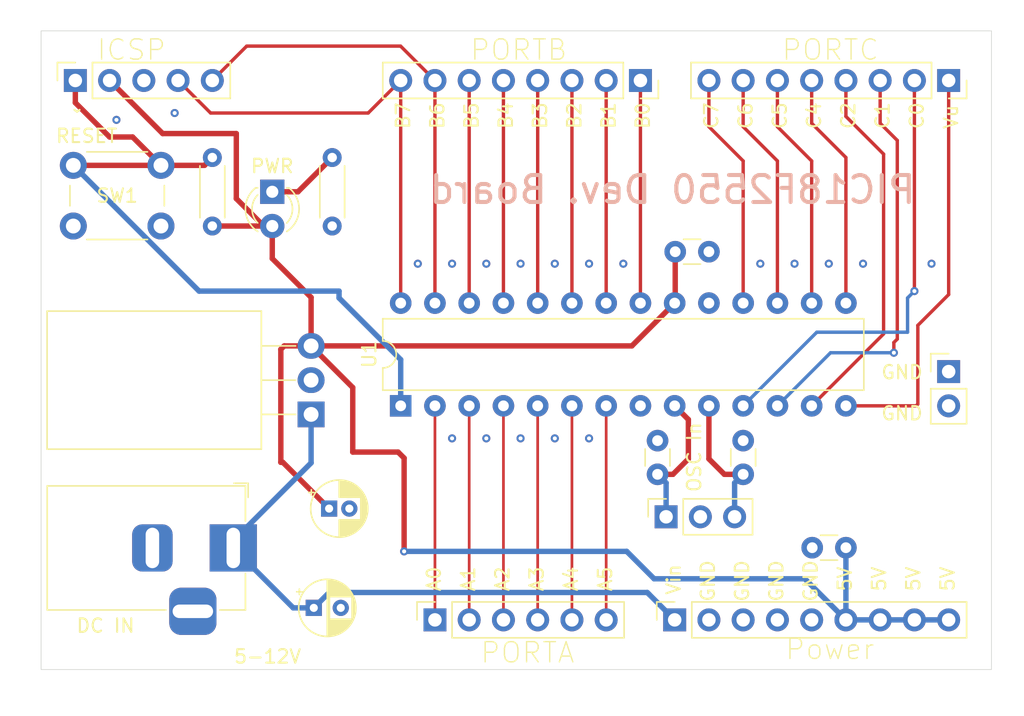
<source format=kicad_pcb>
(kicad_pcb (version 20240108) (generator "pcbnew") (generator_version "8.0")
  (layers (0 "F.Cu" signal) (31 "B.Cu" signal) (34 "B.Paste" user) (35 "F.Paste" user) (36 "B.SilkS" user "B.Silkscreen") (37 "F.SilkS" user "F.Silkscreen") (38 "B.Mask" user) (39 "F.Mask" user) (44 "Edge.Cuts" user))
  (net 0 "")
  (net 1 "Vin")
  (net 2 "GND")
  (net 3 "+5V")
  (net 4 "OSC1")
  (net 5 "OSC2")
  (net 6 "Net-(D1-K)")
  (net 7 "RC5")
  (net 8 "RC7")
  (net 9 "RC2")
  (net 10 "Vu")
  (net 11 "RC0")
  (net 12 "RC1")
  (net 13 "RC4")
  (net 14 "RC6")
  (net 15 "RB3")
  (net 16 "RB4")
  (net 17 "RB0")
  (net 18 "RB2")
  (net 19 "RB6")
  (net 20 "RB1")
  (net 21 "RB5")
  (net 22 "RB7")
  (net 23 "RA3")
  (net 24 "RA5")
  (net 25 "RA2")
  (net 26 "RA0")
  (net 27 "RA4")
  (net 28 "RA1")
  (net 29 "MCLR")
  (footprint "Connector_PinSocket_2.54mm:PinSocket_1x06_P2.54mm_Vertical" (layer "F.Cu") (at 92.71 105.41 90)
    (property "Reference" "J6")
    (property "Value" "PORTA")
    (pad "1" thru_hole rect (at 0 0 90) (size 1.7 1.7) (drill 1) (layers "*.Cu" "*.Mask") (net 26 "RA0"))
    (pad "2" thru_hole oval (at 0 2.54 90) (size 1.7 1.7) (drill 1) (layers "*.Cu" "*.Mask") (net 28 "RA1"))
    (pad "3" thru_hole oval (at 0 5.08 90) (size 1.7 1.7) (drill 1) (layers "*.Cu" "*.Mask") (net 25 "RA2"))
    (pad "4" thru_hole oval (at 0 7.62 90) (size 1.7 1.7) (drill 1) (layers "*.Cu" "*.Mask") (net 23 "RA3"))
    (pad "5" thru_hole oval (at 0 10.16 90) (size 1.7 1.7) (drill 1) (layers "*.Cu" "*.Mask") (net 27 "RA4"))
    (pad "6" thru_hole oval (at 0 12.7 90) (size 1.7 1.7) (drill 1) (layers "*.Cu" "*.Mask") (net 24 "RA5"))
  )
  (footprint "Capacitor_THT:C_Disc_D3.0mm_W1.6mm_P2.50mm" (layer "F.Cu") (at 109.22 94.615 90)
    (property "Reference" "C5")
    (property "Value" "22pF")
    (pad "1" thru_hole circle (at 0 0 90) (size 1.6 1.6) (drill 0.8) (layers "*.Cu" "*.Mask") (net 4 "OSC1"))
    (pad "2" thru_hole circle (at 2.5 0 90) (size 1.6 1.6) (drill 0.8) (layers "*.Cu" "*.Mask") (net 2 "GND"))
  )
  (footprint "Connector_PinSocket_2.54mm:PinSocket_1x08_P2.54mm_Vertical" (layer "F.Cu") (at 107.95 65.405 -90)
    (property "Reference" "J5")
    (property "Value" "PORTB")
    (pad "1" thru_hole rect (at 0 0 270) (size 1.7 1.7) (drill 1) (layers "*.Cu" "*.Mask") (net 17 "RB0"))
    (pad "2" thru_hole oval (at 0 2.54 270) (size 1.7 1.7) (drill 1) (layers "*.Cu" "*.Mask") (net 20 "RB1"))
    (pad "3" thru_hole oval (at 0 5.08 270) (size 1.7 1.7) (drill 1) (layers "*.Cu" "*.Mask") (net 18 "RB2"))
    (pad "4" thru_hole oval (at 0 7.62 270) (size 1.7 1.7) (drill 1) (layers "*.Cu" "*.Mask") (net 15 "RB3"))
    (pad "5" thru_hole oval (at 0 10.16 270) (size 1.7 1.7) (drill 1) (layers "*.Cu" "*.Mask") (net 16 "RB4"))
    (pad "6" thru_hole oval (at 0 12.7 270) (size 1.7 1.7) (drill 1) (layers "*.Cu" "*.Mask") (net 21 "RB5"))
    (pad "7" thru_hole oval (at 0 15.24 270) (size 1.7 1.7) (drill 1) (layers "*.Cu" "*.Mask") (net 19 "RB6"))
    (pad "8" thru_hole oval (at 0 17.78 270) (size 1.7 1.7) (drill 1) (layers "*.Cu" "*.Mask") (net 22 "RB7"))
  )
  (footprint "Connector_PinHeader_2.54mm:PinHeader_1x02_P2.54mm_Vertical" (layer "F.Cu") (at 130.81 86.995)
    (property "Reference" "J3")
    (property "Value" "GND Hook")
    (pad "1" thru_hole rect (at 0 0) (size 1.7 1.7) (drill 1) (layers "*.Cu" "*.Mask") (net 2 "GND"))
    (pad "2" thru_hole oval (at 0 2.54) (size 1.7 1.7) (drill 1) (layers "*.Cu" "*.Mask") (net 2 "GND"))
  )
  (footprint "Capacitor_THT:CP_Radial_D4.0mm_P1.50mm" (layer "F.Cu") (at 84.86 97.155)
    (property "Reference" "C2")
    (property "Value" "1uF")
    (pad "1" thru_hole rect (at 0 0) (size 1.2 1.2) (drill 0.6) (layers "*.Cu" "*.Mask") (net 3 "+5V"))
    (pad "2" thru_hole circle (at 1.5 0) (size 1.2 1.2) (drill 0.6) (layers "*.Cu" "*.Mask") (net 2 "GND"))
  )
  (footprint "Connector_PinSocket_2.54mm:PinSocket_1x03_P2.54mm_Vertical" (layer "F.Cu") (at 109.855 97.765 90)
    (property "Reference" "J7")
    (property "Value" "OSC_Port")
    (pad "1" thru_hole rect (at 0 0 90) (size 1.7 1.7) (drill 1) (layers "*.Cu" "*.Mask") (net 4 "OSC1"))
    (pad "2" thru_hole oval (at 0 2.54 90) (size 1.7 1.7) (drill 1) (layers "*.Cu" "*.Mask") (net 2 "GND"))
    (pad "3" thru_hole oval (at 0 5.08 90) (size 1.7 1.7) (drill 1) (layers "*.Cu" "*.Mask") (net 5 "OSC2"))
  )
  (footprint "Connector_BarrelJack:BarrelJack_Horizontal" (layer "F.Cu") (at 77.755 100.075)
    (property "Reference" "J1")
    (property "Value" "Barrel_Jack")
    (pad "1" thru_hole rect (at 0 0) (size 3.5 3.5) (drill oval 1 3) (layers "*.Cu" "*.Mask") (net 1 "Vin"))
    (pad "2" thru_hole roundrect (at -6 0) (size 3 3.5) (drill oval 1 3) (layers "*.Cu" "*.Mask") (net 2 "GND"))
    (pad "3" thru_hole roundrect (at -3 4.7) (size 3.5 3.5) (drill oval 3 1) (layers "*.Cu" "*.Mask"))
  )
  (footprint "Package_DIP:DIP-28_W7.62mm" (layer "F.Cu") (at 90.17 89.535 90)
    (property "Reference" "U1" (at 3.81 -2.33 90) (layer "F.SilkS"))
    (property "Value" "PIC18F2550-ISP")
    (pad "1" thru_hole rect (at 0 0 90) (size 1.6 1.6) (drill 0.8) (layers "*.Cu" "*.Mask") (net 29 "MCLR"))
    (pad "2" thru_hole oval (at 0 2.54 90) (size 1.6 1.6) (drill 0.8) (layers "*.Cu" "*.Mask") (net 26 "RA0"))
    (pad "3" thru_hole oval (at 0 5.08 90) (size 1.6 1.6) (drill 0.8) (layers "*.Cu" "*.Mask") (net 28 "RA1"))
    (pad "4" thru_hole oval (at 0 7.62 90) (size 1.6 1.6) (drill 0.8) (layers "*.Cu" "*.Mask") (net 25 "RA2"))
    (pad "5" thru_hole oval (at 0 10.16 90) (size 1.6 1.6) (drill 0.8) (layers "*.Cu" "*.Mask") (net 23 "RA3"))
    (pad "6" thru_hole oval (at 0 12.7 90) (size 1.6 1.6) (drill 0.8) (layers "*.Cu" "*.Mask") (net 27 "RA4"))
    (pad "7" thru_hole oval (at 0 15.24 90) (size 1.6 1.6) (drill 0.8) (layers "*.Cu" "*.Mask") (net 24 "RA5"))
    (pad "8" thru_hole oval (at 0 17.78 90) (size 1.6 1.6) (drill 0.8) (layers "*.Cu" "*.Mask") (net 2 "GND"))
    (pad "9" thru_hole oval (at 0 20.32 90) (size 1.6 1.6) (drill 0.8) (layers "*.Cu" "*.Mask") (net 4 "OSC1"))
    (pad "10" thru_hole oval (at 0 22.86 90) (size 1.6 1.6) (drill 0.8) (layers "*.Cu" "*.Mask") (net 5 "OSC2"))
    (pad "11" thru_hole oval (at 0 25.4 90) (size 1.6 1.6) (drill 0.8) (layers "*.Cu" "*.Mask") (net 11 "RC0"))
    (pad "12" thru_hole oval (at 0 27.94 90) (size 1.6 1.6) (drill 0.8) (layers "*.Cu" "*.Mask") (net 12 "RC1"))
    (pad "13" thru_hole oval (at 0 30.48 90) (size 1.6 1.6) (drill 0.8) (layers "*.Cu" "*.Mask") (net 9 "RC2"))
    (pad "14" thru_hole oval (at 0 33.02 90) (size 1.6 1.6) (drill 0.8) (layers "*.Cu" "*.Mask") (net 10 "Vu"))
    (pad "15" thru_hole oval (at 7.62 33.02 90) (size 1.6 1.6) (drill 0.8) (layers "*.Cu" "*.Mask") (net 13 "RC4"))
    (pad "16" thru_hole oval (at 7.62 30.48 90) (size 1.6 1.6) (drill 0.8) (layers "*.Cu" "*.Mask") (net 7 "RC5"))
    (pad "17" thru_hole oval (at 7.62 27.94 90) (size 1.6 1.6) (drill 0.8) (layers "*.Cu" "*.Mask") (net 14 "RC6"))
    (pad "18" thru_hole oval (at 7.62 25.4 90) (size 1.6 1.6) (drill 0.8) (layers "*.Cu" "*.Mask") (net 8 "RC7"))
    (pad "19" thru_hole oval (at 7.62 22.86 90) (size 1.6 1.6) (drill 0.8) (layers "*.Cu" "*.Mask") (net 2 "GND"))
    (pad "20" thru_hole oval (at 7.62 20.32 90) (size 1.6 1.6) (drill 0.8) (layers "*.Cu" "*.Mask") (net 3 "+5V"))
    (pad "21" thru_hole oval (at 7.62 17.78 90) (size 1.6 1.6) (drill 0.8) (layers "*.Cu" "*.Mask") (net 17 "RB0"))
    (pad "22" thru_hole oval (at 7.62 15.24 90) (size 1.6 1.6) (drill 0.8) (layers "*.Cu" "*.Mask") (net 20 "RB1"))
    (pad "23" thru_hole oval (at 7.62 12.7 90) (size 1.6 1.6) (drill 0.8) (layers "*.Cu" "*.Mask") (net 18 "RB2"))
    (pad "24" thru_hole oval (at 7.62 10.16 90) (size 1.6 1.6) (drill 0.8) (layers "*.Cu" "*.Mask") (net 15 "RB3"))
    (pad "25" thru_hole oval (at 7.62 7.62 90) (size 1.6 1.6) (drill 0.8) (layers "*.Cu" "*.Mask") (net 16 "RB4"))
    (pad "26" thru_hole oval (at 7.62 5.08 90) (size 1.6 1.6) (drill 0.8) (layers "*.Cu" "*.Mask") (net 21 "RB5"))
    (pad "27" thru_hole oval (at 7.62 2.54 90) (size 1.6 1.6) (drill 0.8) (layers "*.Cu" "*.Mask") (net 19 "RB6"))
    (pad "28" thru_hole oval (at 7.62 0 90) (size 1.6 1.6) (drill 0.8) (layers "*.Cu" "*.Mask") (net 22 "RB7"))
  )
  (footprint "Capacitor_THT:CP_Radial_D4.0mm_P2.00mm" (layer "F.Cu") (at 83.725 104.52)
    (property "Reference" "C1")
    (property "Value" "100uF")
    (pad "1" thru_hole rect (at 0 0) (size 1.2 1.2) (drill 0.6) (layers "*.Cu" "*.Mask") (net 1 "Vin"))
    (pad "2" thru_hole circle (at 2 0) (size 1.2 1.2) (drill 0.6) (layers "*.Cu" "*.Mask") (net 2 "GND"))
  )
  (footprint "Resistor_THT:R_Axial_DIN0204_L3.6mm_D1.6mm_P5.08mm_Horizontal" (layer "F.Cu") (at 76.2 76.2 90)
    (property "Reference" "R1")
    (property "Value" "10k")
    (pad "1" thru_hole circle (at 0 0 90) (size 1.4 1.4) (drill 0.7) (layers "*.Cu" "*.Mask") (net 3 "+5V"))
    (pad "2" thru_hole oval (at 5.08 0 90) (size 1.4 1.4) (drill 0.7) (layers "*.Cu" "*.Mask") (net 29 "MCLR"))
  )
  (footprint "Connector_PinSocket_2.54mm:PinSocket_1x05_P2.54mm_Vertical" (layer "F.Cu") (at 66.04 65.405 90)
    (property "Reference" "J8")
    (property "Value" "ICSP Port")
    (pad "1" thru_hole rect (at 0 0 90) (size 1.7 1.7) (drill 1) (layers "*.Cu" "*.Mask") (net 29 "MCLR"))
    (pad "2" thru_hole oval (at 0 2.54 90) (size 1.7 1.7) (drill 1) (layers "*.Cu" "*.Mask") (net 3 "+5V"))
    (pad "3" thru_hole oval (at 0 5.08 90) (size 1.7 1.7) (drill 1) (layers "*.Cu" "*.Mask") (net 2 "GND"))
    (pad "4" thru_hole oval (at 0 7.62 90) (size 1.7 1.7) (drill 1) (layers "*.Cu" "*.Mask") (net 22 "RB7"))
    (pad "5" thru_hole oval (at 0 10.16 90) (size 1.7 1.7) (drill 1) (layers "*.Cu" "*.Mask") (net 19 "RB6"))
  )
  (footprint "Capacitor_THT:C_Disc_D3.0mm_W1.6mm_P2.50mm" (layer "F.Cu") (at 115.57 94.615 90)
    (property "Reference" "C6")
    (property "Value" "22pF")
    (pad "1" thru_hole circle (at 0 0 90) (size 1.6 1.6) (drill 0.8) (layers "*.Cu" "*.Mask") (net 5 "OSC2"))
    (pad "2" thru_hole circle (at 2.5 0 90) (size 1.6 1.6) (drill 0.8) (layers "*.Cu" "*.Mask") (net 2 "GND"))
  )
  (footprint "LED_THT:LED_D3.0mm" (layer "F.Cu") (at 80.645 73.66 -90)
    (property "Reference" "D1")
    (property "Value" "PWR" (at -1.905 0 180) (layer "F.SilkS"))
    (pad "1" thru_hole rect (at 0 0 270) (size 1.8 1.8) (drill 0.9) (layers "*.Cu" "*.Mask") (net 6 "Net-(D1-K)"))
    (pad "2" thru_hole circle (at 2.54 0 270) (size 1.8 1.8) (drill 0.9) (layers "*.Cu" "*.Mask") (net 3 "+5V"))
  )
  (footprint "Button_Switch_THT:SW_PUSH_6mm" (layer "F.Cu") (at 65.89 71.7)
    (property "Reference" "SW1" (at 3.25 2.25 0) (layer "F.SilkS"))
    (property "Value" "Reset_Btn")
    (pad "1" thru_hole circle (at 0 0 90) (size 2 2) (drill 1.1) (layers "*.Cu" "*.Mask") (net 29 "MCLR"))
    (pad "1" thru_hole circle (at 6.5 0 90) (size 2 2) (drill 1.1) (layers "*.Cu" "*.Mask") (net 29 "MCLR"))
    (pad "2" thru_hole circle (at 0 4.5 90) (size 2 2) (drill 1.1) (layers "*.Cu" "*.Mask") (net 2 "GND"))
    (pad "2" thru_hole circle (at 6.5 4.5 90) (size 2 2) (drill 1.1) (layers "*.Cu" "*.Mask") (net 2 "GND"))
  )
  (footprint "Connector_PinSocket_2.54mm:PinSocket_1x09_P2.54mm_Vertical" (layer "F.Cu") (at 110.49 105.41 90)
    (property "Reference" "J2")
    (property "Value" "Power Port")
    (pad "1" thru_hole rect (at 0 0 90) (size 1.7 1.7) (drill 1) (layers "*.Cu" "*.Mask") (net 1 "Vin"))
    (pad "2" thru_hole oval (at 0 2.54 90) (size 1.7 1.7) (drill 1) (layers "*.Cu" "*.Mask") (net 2 "GND"))
    (pad "3" thru_hole oval (at 0 5.08 90) (size 1.7 1.7) (drill 1) (layers "*.Cu" "*.Mask") (net 2 "GND"))
    (pad "4" thru_hole oval (at 0 7.62 90) (size 1.7 1.7) (drill 1) (layers "*.Cu" "*.Mask") (net 2 "GND"))
    (pad "5" thru_hole oval (at 0 10.16 90) (size 1.7 1.7) (drill 1) (layers "*.Cu" "*.Mask") (net 2 "GND"))
    (pad "6" thru_hole oval (at 0 12.7 90) (size 1.7 1.7) (drill 1) (layers "*.Cu" "*.Mask") (net 3 "+5V"))
    (pad "7" thru_hole oval (at 0 15.24 90) (size 1.7 1.7) (drill 1) (layers "*.Cu" "*.Mask") (net 3 "+5V"))
    (pad "8" thru_hole oval (at 0 17.78 90) (size 1.7 1.7) (drill 1) (layers "*.Cu" "*.Mask") (net 3 "+5V"))
    (pad "9" thru_hole oval (at 0 20.32 90) (size 1.7 1.7) (drill 1) (layers "*.Cu" "*.Mask") (net 3 "+5V"))
  )
  (footprint "Resistor_THT:R_Axial_DIN0204_L3.6mm_D1.6mm_P5.08mm_Horizontal" (layer "F.Cu") (at 85.09 71.12 -90)
    (property "Reference" "R2")
    (property "Value" "1k")
    (pad "1" thru_hole circle (at 0 0 270) (size 1.4 1.4) (drill 0.7) (layers "*.Cu" "*.Mask") (net 6 "Net-(D1-K)"))
    (pad "2" thru_hole oval (at 5.08 0 270) (size 1.4 1.4) (drill 0.7) (layers "*.Cu" "*.Mask") (net 2 "GND"))
  )
  (footprint "Connector_PinSocket_2.54mm:PinSocket_1x08_P2.54mm_Vertical" (layer "F.Cu") (at 130.81 65.405 -90)
    (property "Reference" "J4")
    (property "Value" "PORTC")
    (pad "1" thru_hole rect (at 0 0 270) (size 1.7 1.7) (drill 1) (layers "*.Cu" "*.Mask") (net 10 "Vu"))
    (pad "2" thru_hole oval (at 0 2.54 270) (size 1.7 1.7) (drill 1) (layers "*.Cu" "*.Mask") (net 11 "RC0"))
    (pad "3" thru_hole oval (at 0 5.08 270) (size 1.7 1.7) (drill 1) (layers "*.Cu" "*.Mask") (net 12 "RC1"))
    (pad "4" thru_hole oval (at 0 7.62 270) (size 1.7 1.7) (drill 1) (layers "*.Cu" "*.Mask") (net 9 "RC2"))
    (pad "5" thru_hole oval (at 0 10.16 270) (size 1.7 1.7) (drill 1) (layers "*.Cu" "*.Mask") (net 13 "RC4"))
    (pad "6" thru_hole oval (at 0 12.7 270) (size 1.7 1.7) (drill 1) (layers "*.Cu" "*.Mask") (net 7 "RC5"))
    (pad "7" thru_hole oval (at 0 15.24 270) (size 1.7 1.7) (drill 1) (layers "*.Cu" "*.Mask") (net 14 "RC6"))
    (pad "8" thru_hole oval (at 0 17.78 270) (size 1.7 1.7) (drill 1) (layers "*.Cu" "*.Mask") (net 8 "RC7"))
  )
  (footprint "Capacitor_THT:C_Disc_D3.0mm_W1.6mm_P2.50mm" (layer "F.Cu") (at 123.19 100.056 180)
    (property "Reference" "C4")
    (property "Value" "100nF")
    (pad "1" thru_hole circle (at 0 0 180) (size 1.6 1.6) (drill 0.8) (layers "*.Cu" "*.Mask") (net 3 "+5V"))
    (pad "2" thru_hole circle (at 2.5 0 180) (size 1.6 1.6) (drill 0.8) (layers "*.Cu" "*.Mask") (net 2 "GND"))
  )
  (footprint "Capacitor_THT:C_Disc_D3.0mm_W1.6mm_P2.50mm" (layer "F.Cu") (at 110.53 78.105)
    (property "Reference" "C3")
    (property "Value" "100nF")
    (pad "1" thru_hole circle (at 0 0) (size 1.6 1.6) (drill 0.8) (layers "*.Cu" "*.Mask") (net 3 "+5V"))
    (pad "2" thru_hole circle (at 2.5 0) (size 1.6 1.6) (drill 0.8) (layers "*.Cu" "*.Mask") (net 2 "GND"))
  )
  (footprint "Package_TO_SOT_THT:TO-220-3_Horizontal_TabDown" (layer "F.Cu") (at 83.525 90.17 90)
    (property "Reference" "U2")
    (property "Value" "L7805")
    (pad "" np_thru_hole oval (at 2.54 -16.66 90) (size 3.5 3.5) (drill 3.5) (layers "*.Cu" "*.Mask"))
    (pad "1" thru_hole rect (at 0 0 90) (size 1.905 2) (drill 1.1) (layers "*.Cu" "*.Mask") (net 1 "Vin"))
    (pad "2" thru_hole oval (at 2.54 0 90) (size 1.905 2) (drill 1.1) (layers "*.Cu" "*.Mask") (net 2 "GND"))
    (pad "3" thru_hole oval (at 5.08 0 90) (size 1.905 2) (drill 1.1) (layers "*.Cu" "*.Mask") (net 3 "+5V"))
  )
  (gr_poly (pts (xy 63.5 61.722) (xy 63.5 109.093) (xy 133.985 109.093) (xy 133.985 61.722)) (stroke (width 0.05)) (fill none) (layer "Edge.Cuts"))
  (gr_text "PIC18F2550 Dev. Board" (at 128.524 74.676 0) (layer "B.SilkS") (effects (font (size 2 2) (thickness 0.3)) (justify left bottom mirror)))
  (gr_text "RESET" (at 64.516 70.104 0) (layer "F.SilkS") (effects (font (size 1 1)) (justify left bottom)))
  (gr_text "Vin" (at 110.998 103.632 90) (layer "F.SilkS") (effects (font (size 1 1)) (justify left bottom)))
  (gr_text "5V" (at 131.318 103.378 90) (layer "F.SilkS") (effects (font (size 1 1)) (justify left bottom)))
  (gr_text "Vu" (at 131.572 69.088 90) (layer "F.SilkS") (effects (font (size 1 1)) (justify left bottom)))
  (gr_text "GND" (at 118.618 104.14 90) (layer "F.SilkS") (effects (font (size 1 1)) (justify left bottom)))
  (gr_text "5V" (at 126.238 103.378 90) (layer "F.SilkS") (effects (font (size 1 1)) (justify left bottom)))
  (gr_text "A2" (at 98.298 103.378 90) (layer "F.SilkS") (effects (font (size 1 1)) (justify left bottom)))
  (gr_text "C4" (at 121.412 69.088 90) (layer "F.SilkS") (effects (font (size 1 1)) (justify left bottom)))
  (gr_text "5V" (at 128.778 103.378 90) (layer "F.SilkS") (effects (font (size 1 1)) (justify left bottom)))
  (gr_text "C6" (at 116.332 69.088 90) (layer "F.SilkS") (effects (font (size 1 1)) (justify left bottom)))
  (gr_text "ICSP" (at 67.564 64.008 0) (layer "F.SilkS") (effects (font (size 1.5 1.5) (thickness 0.1)) (justify left bottom)))
  (gr_text "C0" (at 129.032 69.088 90) (layer "F.SilkS") (effects (font (size 1 1)) (justify left bottom)))
  (gr_text "A5" (at 105.918 103.378 90) (layer "F.SilkS") (effects (font (size 1 1)) (justify left bottom)))
  (gr_text "B2" (at 103.632 69.088 90) (layer "F.SilkS") (effects (font (size 1 1)) (justify left bottom)))
  (gr_text "Power" (at 118.618 108.458 0) (layer "F.SilkS") (effects (font (size 1.5 1.5) (thickness 0.1)) (justify left bottom)))
  (gr_text "C2" (at 123.952 69.088 90) (layer "F.SilkS") (effects (font (size 1 1)) (justify left bottom)))
  (gr_text "PORTC" (at 118.364 64.008 0) (layer "F.SilkS") (effects (font (size 1.5 1.5) (thickness 0.1)) (justify left bottom)))
  (gr_text "5V" (at 123.698 103.378 90) (layer "F.SilkS") (effects (font (size 1 1)) (justify left bottom)))
  (gr_text "A4" (at 103.378 103.378 90) (layer "F.SilkS") (effects (font (size 1 1)) (justify left bottom)))
  (gr_text "GND" (at 116.078 104.14 90) (layer "F.SilkS") (effects (font (size 1 1)) (justify left bottom)))
  (gr_text "GND" (at 125.73 90.678 0) (layer "F.SilkS") (effects (font (size 1 1)) (justify left bottom)))
  (gr_text "PORTA" (at 96.012 108.712 0) (layer "F.SilkS") (effects (font (size 1.5 1.5) (thickness 0.1)) (justify left bottom)))
  (gr_text "C7" (at 113.792 69.088 90) (layer "F.SilkS") (effects (font (size 1 1)) (justify left bottom)))
  (gr_text "A3" (at 100.838 103.378 90) (layer "F.SilkS") (effects (font (size 1 1)) (justify left bottom)))
  (gr_text "B4" (at 98.552 69.088 90) (layer "F.SilkS") (effects (font (size 1 1)) (justify left bottom)))
  (gr_text "A1" (at 95.758 103.378 90) (layer "F.SilkS") (effects (font (size 1 1)) (justify left bottom)))
  (gr_text "C1" (at 126.492 69.088 90) (layer "F.SilkS") (effects (font (size 1 1)) (justify left bottom)))
  (gr_text "5-12V" (at 77.724 108.712 0) (layer "F.SilkS") (effects (font (size 1 1)) (justify left bottom)))
  (gr_text "GND" (at 125.73 87.63 0) (layer "F.SilkS") (effects (font (size 1 1)) (justify left bottom)))
  (gr_text "B5" (at 96.012 69.088 90) (layer "F.SilkS") (effects (font (size 1 1)) (justify left bottom)))
  (gr_text "GND" (at 121.158 104.14 90) (layer "F.SilkS") (effects (font (size 1 1)) (justify left bottom)))
  (gr_text "PORTB" (at 95.25 64.008 0) (layer "F.SilkS") (effects (font (size 1.5 1.5) (thickness 0.1)) (justify left bottom)))
  (gr_text "B6" (at 93.472 69.088 90) (layer "F.SilkS") (effects (font (size 1 1)) (justify left bottom)))
  (gr_text "B7" (at 90.932 69.088 90) (layer "F.SilkS") (effects (font (size 1 1)) (justify left bottom)))
  (gr_text "B1" (at 106.172 69.088 90) (layer "F.SilkS") (effects (font (size 1 1)) (justify left bottom)))
  (gr_text "B0" (at 108.712 69.088 90) (layer "F.SilkS") (effects (font (size 1 1)) (justify left bottom)))
  (gr_text "C5" (at 118.872 69.088 90) (layer "F.SilkS") (effects (font (size 1 1)) (justify left bottom)))
  (gr_text "A0" (at 93.218 103.378 90) (layer "F.SilkS") (effects (font (size 1 1)) (justify left bottom)))
  (gr_text "B3" (at 101.092 69.088 90) (layer "F.SilkS") (effects (font (size 1 1)) (justify left bottom)))
  (gr_text "GND" (at 113.538 104.14 90) (layer "F.SilkS") (effects (font (size 1 1)) (justify left bottom)))
  (gr_text "DC IN" (at 66.04 106.426 0) (layer "F.SilkS") (effects (font (size 1 1)) (justify left bottom)))
  (gr_text "OSC In" (at 112.522 96.012 90) (layer "F.SilkS") (effects (font (size 1 1)) (justify left bottom)))
  (gr_text "^" (at 66.548 66.548 180) (layer "F.SilkS") (effects (font (size 1 1)) (justify left bottom)))
  (segment (start 77.755 99.537) (end 83.525 93.767) (width 0.4) (layer "B.Cu") (net 1))
  (segment (start 110.49 105.41) (end 108.585 103.505) (width 0.4) (layer "B.Cu") (net 1))
  (segment (start 108.458 103.378) (end 84.867 103.378) (width 0.4) (layer "B.Cu") (net 1))
  (segment (start 84.867 103.378) (end 83.725 104.52) (width 0.4) (layer "B.Cu") (net 1))
  (segment (start 82.2 104.52) (end 83.725 104.52) (width 0.4) (layer "B.Cu") (net 1))
  (segment (start 108.585 103.505) (end 108.458 103.378) (width 0.4) (layer "B.Cu") (net 1))
  (segment (start 83.525 93.767) (end 83.525 90.17) (width 0.4) (layer "B.Cu") (net 1))
  (segment (start 77.755 100.075) (end 82.2 104.52) (width 0.4) (layer "B.Cu") (net 1))
  (segment (start 77.755 100.075) (end 77.755 99.537) (width 0.4) (layer "B.Cu") (net 1))
  (via (at 91.44 78.994) (size 0.6) (drill 0.3) (layers "F.Cu" "B.Cu") (net 2))
  (via (at 116.84 78.994) (size 0.6) (drill 0.3) (layers "F.Cu" "B.Cu") (net 2))
  (via (at 73.406 67.818) (size 0.6) (drill 0.3) (layers "F.Cu" "B.Cu") (net 2))
  (via (at 93.98 78.994) (size 0.6) (drill 0.3) (layers "F.Cu" "B.Cu") (net 2))
  (via (at 104.14 91.948) (size 0.6) (drill 0.3) (layers "F.Cu" "B.Cu") (net 2))
  (via (at 119.38 78.994) (size 0.6) (drill 0.3) (layers "F.Cu" "B.Cu") (net 2))
  (via (at 93.98 91.948) (size 0.6) (drill 0.3) (layers "F.Cu" "B.Cu") (net 2))
  (via (at 69.088 68.326) (size 0.6) (drill 0.3) (layers "F.Cu" "B.Cu") (net 2))
  (via (at 101.6 78.994) (size 0.6) (drill 0.3) (layers "F.Cu" "B.Cu") (net 2))
  (via (at 104.14 78.994) (size 0.6) (drill 0.3) (layers "F.Cu" "B.Cu") (net 2))
  (via (at 124.46 78.994) (size 0.6) (drill 0.3) (layers "F.Cu" "B.Cu") (net 2))
  (via (at 101.6 91.948) (size 0.6) (drill 0.3) (layers "F.Cu" "B.Cu") (net 2))
  (via (at 99.06 78.994) (size 0.6) (drill 0.3) (layers "F.Cu" "B.Cu") (net 2))
  (via (at 129.54 78.994) (size 0.6) (drill 0.3) (layers "F.Cu" "B.Cu") (net 2))
  (via (at 121.92 78.994) (size 0.6) (drill 0.3) (layers "F.Cu" "B.Cu") (net 2))
  (via (at 106.68 78.994) (size 0.6) (drill 0.3) (layers "F.Cu" "B.Cu") (net 2))
  (via (at 96.52 78.994) (size 0.6) (drill 0.3) (layers "F.Cu" "B.Cu") (net 2))
  (via (at 96.52 91.948) (size 0.6) (drill 0.3) (layers "F.Cu" "B.Cu") (net 2))
  (via (at 99.06 91.948) (size 0.6) (drill 0.3) (layers "F.Cu" "B.Cu") (net 2))
  (segment (start 77.978 69.342) (end 77.978 74.168) (width 0.4) (layer "F.Cu") (net 3))
  (segment (start 110.53 78.105) (end 110.53 81.875) (width 0.4) (layer "F.Cu") (net 3))
  (segment (start 80.01 76.2) (end 80.645 76.2) (width 0.4) (layer "F.Cu") (net 3))
  (segment (start 81.28 85.344) (end 81.534 85.09) (width 0.4) (layer "F.Cu") (net 3))
  (segment (start 86.614 88.179) (end 86.614 92.964) (width 0.4) (layer "F.Cu") (net 3))
  (segment (start 76.2 76.2) (end 80.645 76.2) (width 0.4) (layer "F.Cu") (net 3))
  (segment (start 72.517 69.342) (end 77.978 69.342) (width 0.4) (layer "F.Cu") (net 3))
  (segment (start 84.86 97.155) (end 81.431 93.726) (width 0.4) (layer "F.Cu") (net 3))
  (segment (start 83.525 85.09) (end 107.315 85.09) (width 0.4) (layer "F.Cu") (net 3))
  (segment (start 110.53 81.875) (end 110.49 81.915) (width 0.4) (layer "F.Cu") (net 3))
  (segment (start 80.645 78.613) (end 80.645 76.2) (width 0.4) (layer "F.Cu") (net 3))
  (segment (start 81.28 93.726) (end 81.28 85.344) (width 0.4) (layer "F.Cu") (net 3))
  (segment (start 83.525 85.09) (end 83.525 81.493) (width 0.4) (layer "F.Cu") (net 3))
  (segment (start 90.424 93.409943) (end 90.424 100.33) (width 0.4) (layer "F.Cu") (net 3))
  (segment (start 86.614 92.964) (end 89.978057 92.964) (width 0.4) (layer "F.Cu") (net 3))
  (segment (start 107.315 85.09) (end 110.49 81.915) (width 0.4) (layer "F.Cu") (net 3))
  (segment (start 81.431 93.726) (end 81.28 93.726) (width 0.4) (layer "F.Cu") (net 3))
  (segment (start 89.978057 92.964) (end 90.424 93.409943) (width 0.4) (layer "F.Cu") (net 3))
  (segment (start 83.525 85.09) (end 86.614 88.179) (width 0.4) (layer "F.Cu") (net 3))
  (segment (start 81.534 85.09) (end 83.525 85.09) (width 0.4) (layer "F.Cu") (net 3))
  (segment (start 68.58 65.405) (end 72.517 69.342) (width 0.4) (layer "F.Cu") (net 3))
  (segment (start 83.525 81.493) (end 80.645 78.613) (width 0.4) (layer "F.Cu") (net 3))
  (segment (start 77.978 74.168) (end 80.01 76.2) (width 0.4) (layer "F.Cu") (net 3))
  (via (at 90.424 100.33) (size 0.6) (drill 0.3) (layers "F.Cu" "B.Cu") (net 3))
  (segment (start 106.934 100.33) (end 108.966 102.362) (width 0.4) (layer "B.Cu") (net 3))
  (segment (start 120.142 102.362) (end 123.19 105.41) (width 0.4) (layer "B.Cu") (net 3))
  (segment (start 108.966 102.362) (end 120.142 102.362) (width 0.4) (layer "B.Cu") (net 3))
  (segment (start 90.424 100.33) (end 106.934 100.33) (width 0.4) (layer "B.Cu") (net 3))
  (segment (start 123.19 100.056) (end 123.19 105.41) (width 0.4) (layer "B.Cu") (net 3))
  (segment (start 130.81 105.41) (end 123.19 105.41) (width 0.4) (layer "B.Cu") (net 3))
  (segment (start 110.363 94.615) (end 111.506 93.472) (width 0.4) (layer "F.Cu") (net 4))
  (segment (start 111.506 93.472) (end 111.506 90.551) (width 0.4) (layer "F.Cu") (net 4))
  (segment (start 109.22 94.615) (end 110.363 94.615) (width 0.4) (layer "F.Cu") (net 4))
  (segment (start 111.506 90.551) (end 110.49 89.535) (width 0.4) (layer "F.Cu") (net 4))
  (segment (start 109.855 95.25) (end 109.22 94.615) (width 0.4) (layer "B.Cu") (net 4))
  (segment (start 109.855 97.765) (end 109.855 95.25) (width 0.4) (layer "B.Cu") (net 4))
  (segment (start 114.173 94.615) (end 115.57 94.615) (width 0.4) (layer "F.Cu") (net 5))
  (segment (start 113.03 89.535) (end 113.03 93.472) (width 0.4) (layer "F.Cu") (net 5))
  (segment (start 113.03 93.472) (end 114.173 94.615) (width 0.4) (layer "F.Cu") (net 5))
  (segment (start 114.935 95.25) (end 115.57 94.615) (width 0.4) (layer "B.Cu") (net 5))
  (segment (start 114.935 97.765) (end 114.935 95.25) (width 0.4) (layer "B.Cu") (net 5))
  (segment (start 82.55 73.66) (end 85.09 71.12) (width 0.4) (layer "F.Cu") (net 6))
  (segment (start 80.645 73.66) (end 82.55 73.66) (width 0.4) (layer "F.Cu") (net 6))
  (segment (start 120.65 71.374) (end 118.11 68.834) (width 0.25) (layer "F.Cu") (net 7))
  (segment (start 118.11 68.834) (end 118.11 65.405) (width 0.25) (layer "F.Cu") (net 7))
  (segment (start 120.65 81.915) (end 120.65 71.374) (width 0.25) (layer "F.Cu") (net 7))
  (segment (start 115.57 81.915) (end 115.57 71.374) (width 0.25) (layer "F.Cu") (net 8))
  (segment (start 113.03 68.834) (end 113.03 65.405) (width 0.25) (layer "F.Cu") (net 8))
  (segment (start 115.57 71.374) (end 113.03 68.834) (width 0.25) (layer "F.Cu") (net 8))
  (segment (start 120.65 89.535) (end 125.984 84.201) (width 0.25) (layer "F.Cu") (net 9))
  (segment (start 123.19 68.072) (end 123.19 65.405) (width 0.25) (layer "F.Cu") (net 9))
  (segment (start 125.984 70.866) (end 123.19 68.072) (width 0.25) (layer "F.Cu") (net 9))
  (segment (start 125.984 84.201) (end 125.984 70.866) (width 0.25) (layer "F.Cu") (net 9))
  (segment (start 128.524 83.566) (end 130.81 81.28) (width 0.25) (layer "F.Cu") (net 10))
  (segment (start 128.397 89.535) (end 128.524 89.408) (width 0.25) (layer "F.Cu") (net 10))
  (segment (start 128.524 89.408) (end 128.524 83.566) (width 0.25) (layer "F.Cu") (net 10))
  (segment (start 130.81 81.28) (end 130.81 65.405) (width 0.25) (layer "F.Cu") (net 10))
  (segment (start 123.19 89.535) (end 128.397 89.535) (width 0.25) (layer "F.Cu") (net 10))
  (segment (start 128.27 81.026) (end 128.27 65.405) (width 0.25) (layer "F.Cu") (net 11))
  (via (at 128.27 81.026) (size 0.6) (drill 0.3) (layers "F.Cu" "B.Cu") (net 11))
  (segment (start 127.762 84.074) (end 127.762 81.534) (width 0.25) (layer "B.Cu") (net 11))
  (segment (start 121.031 84.074) (end 127.762 84.074) (width 0.25) (layer "B.Cu") (net 11))
  (segment (start 115.57 89.535) (end 121.031 84.074) (width 0.25) (layer "B.Cu") (net 11))
  (segment (start 127.762 81.534) (end 128.27 81.026) (width 0.25) (layer "B.Cu") (net 11))
  (segment (start 127 84.582) (end 127 69.85) (width 0.25) (layer "F.Cu") (net 12))
  (segment (start 127 69.85) (end 125.73 68.58) (width 0.25) (layer "F.Cu") (net 12))
  (segment (start 125.73 68.58) (end 125.73 65.405) (width 0.25) (layer "F.Cu") (net 12))
  (segment (start 126.746 84.836) (end 127 84.582) (width 0.25) (layer "F.Cu") (net 12))
  (segment (start 126.746 85.598) (end 126.746 84.836) (width 0.25) (layer "F.Cu") (net 12))
  (via (at 126.746 85.598) (size 0.6) (drill 0.3) (layers "F.Cu" "B.Cu") (net 12))
  (segment (start 122.047 85.598) (end 126.746 85.598) (width 0.25) (layer "B.Cu") (net 12))
  (segment (start 118.11 89.535) (end 122.047 85.598) (width 0.25) (layer "B.Cu") (net 12))
  (segment (start 123.19 81.915) (end 123.19 71.12) (width 0.25) (layer "F.Cu") (net 13))
  (segment (start 120.65 68.58) (end 120.65 65.405) (width 0.25) (layer "F.Cu") (net 13))
  (segment (start 123.19 71.12) (end 120.65 68.58) (width 0.25) (layer "F.Cu") (net 13))
  (segment (start 118.11 71.374) (end 115.57 68.834) (width 0.25) (layer "F.Cu") (net 14))
  (segment (start 118.11 81.915) (end 118.11 71.374) (width 0.25) (layer "F.Cu") (net 14))
  (segment (start 115.57 68.834) (end 115.57 65.405) (width 0.25) (layer "F.Cu") (net 14))
  (segment (start 100.33 65.405) (end 100.33 81.915) (width 0.25) (layer "F.Cu") (net 15))
  (segment (start 97.79 65.405) (end 97.79 81.915) (width 0.25) (layer "F.Cu") (net 16))
  (segment (start 107.95 65.405) (end 107.95 81.915) (width 0.25) (layer "F.Cu") (net 17))
  (segment (start 102.87 65.405) (end 102.87 81.915) (width 0.25) (layer "F.Cu") (net 18))
  (segment (start 76.2 65.405) (end 78.75 62.855) (width 0.25) (layer "F.Cu") (net 19))
  (segment (start 90.16 62.855) (end 92.71 65.405) (width 0.25) (layer "F.Cu") (net 19))
  (segment (start 78.75 62.855) (end 90.16 62.855) (width 0.25) (layer "F.Cu") (net 19))
  (segment (start 92.71 65.405) (end 92.71 81.915) (width 0.25) (layer "F.Cu") (net 19))
  (segment (start 105.41 65.405) (end 105.41 81.915) (width 0.25) (layer "F.Cu") (net 20))
  (segment (start 95.25 65.405) (end 95.25 81.915) (width 0.25) (layer "F.Cu") (net 21))
  (segment (start 76.073 67.818) (end 73.66 65.405) (width 0.25) (layer "F.Cu") (net 22))
  (segment (start 90.17 65.405) (end 90.17 81.915) (width 0.25) (layer "F.Cu") (net 22))
  (segment (start 87.757 67.818) (end 76.073 67.818) (width 0.25) (layer "F.Cu") (net 22))
  (segment (start 90.17 65.405) (end 87.757 67.818) (width 0.25) (layer "F.Cu") (net 22))
  (segment (start 100.33 105.41) (end 100.33 89.535) (width 0.2) (layer "F.Cu") (net 23))
  (segment (start 105.41 105.41) (end 105.41 89.535) (width 0.2) (layer "F.Cu") (net 24))
  (segment (start 97.79 105.41) (end 97.79 89.535) (width 0.2) (layer "F.Cu") (net 25))
  (segment (start 92.71 105.41) (end 92.71 89.535) (width 0.2) (layer "F.Cu") (net 26))
  (segment (start 102.87 105.41) (end 102.87 89.535) (width 0.2) (layer "F.Cu") (net 27))
  (segment (start 95.25 105.41) (end 95.25 89.535) (width 0.2) (layer "F.Cu") (net 28))
  (segment (start 68.58 69.596) (end 70.286 69.596) (width 0.4) (layer "F.Cu") (net 29))
  (segment (start 66.04 65.405) (end 66.04 67.056) (width 0.4) (layer "F.Cu") (net 29))
  (segment (start 72.39 71.7) (end 75.62 71.7) (width 0.4) (layer "F.Cu") (net 29))
  (segment (start 65.89 71.7) (end 72.39 71.7) (width 0.4) (layer "F.Cu") (net 29))
  (segment (start 70.286 69.596) (end 72.39 71.7) (width 0.4) (layer "F.Cu") (net 29))
  (segment (start 66.04 67.056) (end 68.58 69.596) (width 0.4) (layer "F.Cu") (net 29))
  (segment (start 75.62 71.7) (end 76.2 71.12) (width 0.4) (layer "F.Cu") (net 29))
  (segment (start 90.17 89.535) (end 90.17 86.106) (width 0.4) (layer "B.Cu") (net 29))
  (segment (start 90.17 86.106) (end 85.598 81.534) (width 0.4) (layer "B.Cu") (net 29))
  (segment (start 85.598 81.026) (end 75.216 81.026) (width 0.4) (layer "B.Cu") (net 29))
  (segment (start 75.216 81.026) (end 65.89 71.7) (width 0.4) (layer "B.Cu") (net 29))
  (segment (start 85.598 81.534) (end 85.598 81.026) (width 0.4) (layer "B.Cu") (net 29))
)
</source>
